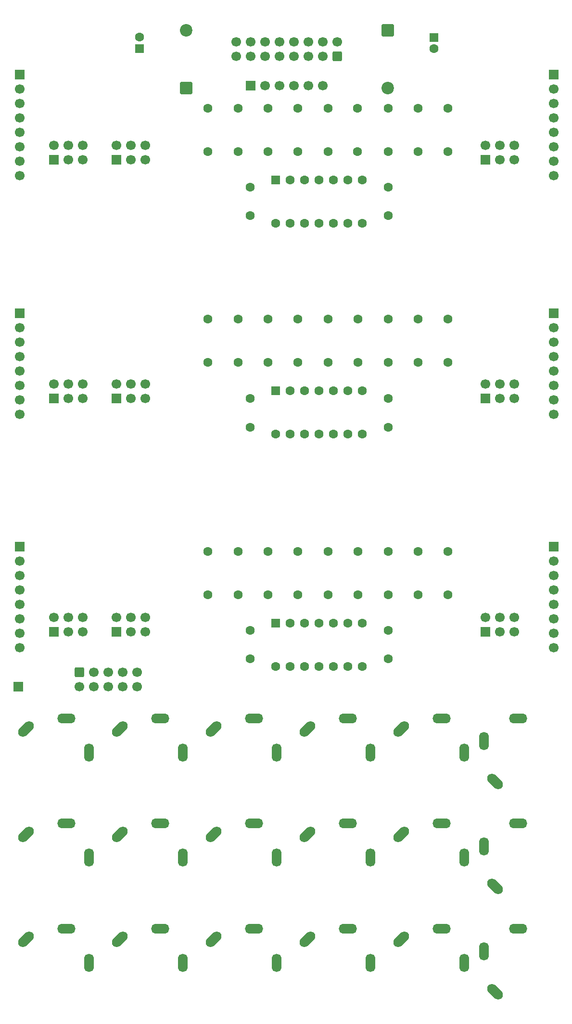
<source format=gts>
%TF.GenerationSoftware,KiCad,Pcbnew,9.0.7*%
%TF.CreationDate,2026-02-21T19:12:40+01:00*%
%TF.ProjectId,DMH_VCLFO_v2_PCB_Main,444d485f-5643-44c4-964f-5f76325f5043,1*%
%TF.SameCoordinates,Original*%
%TF.FileFunction,Soldermask,Top*%
%TF.FilePolarity,Negative*%
%FSLAX46Y46*%
G04 Gerber Fmt 4.6, Leading zero omitted, Abs format (unit mm)*
G04 Created by KiCad (PCBNEW 9.0.7) date 2026-02-21 19:12:40*
%MOMM*%
%LPD*%
G01*
G04 APERTURE LIST*
G04 Aperture macros list*
%AMRoundRect*
0 Rectangle with rounded corners*
0 $1 Rounding radius*
0 $2 $3 $4 $5 $6 $7 $8 $9 X,Y pos of 4 corners*
0 Add a 4 corners polygon primitive as box body*
4,1,4,$2,$3,$4,$5,$6,$7,$8,$9,$2,$3,0*
0 Add four circle primitives for the rounded corners*
1,1,$1+$1,$2,$3*
1,1,$1+$1,$4,$5*
1,1,$1+$1,$6,$7*
1,1,$1+$1,$8,$9*
0 Add four rect primitives between the rounded corners*
20,1,$1+$1,$2,$3,$4,$5,0*
20,1,$1+$1,$4,$5,$6,$7,0*
20,1,$1+$1,$6,$7,$8,$9,0*
20,1,$1+$1,$8,$9,$2,$3,0*%
%AMHorizOval*
0 Thick line with rounded ends*
0 $1 width*
0 $2 $3 position (X,Y) of the first rounded end (center of the circle)*
0 $4 $5 position (X,Y) of the second rounded end (center of the circle)*
0 Add line between two ends*
20,1,$1,$2,$3,$4,$5,0*
0 Add two circle primitives to create the rounded ends*
1,1,$1,$2,$3*
1,1,$1,$4,$5*%
G04 Aperture macros list end*
%ADD10HorizOval,1.712000X-0.533159X-0.533159X0.533159X0.533159X0*%
%ADD11O,1.712000X3.220000*%
%ADD12O,3.220000X1.712000*%
%ADD13R,1.700000X1.700000*%
%ADD14C,1.700000*%
%ADD15HorizOval,1.712000X-0.533159X0.533159X0.533159X-0.533159X0*%
%ADD16C,1.600000*%
%ADD17RoundRect,0.250000X0.600000X-0.600000X0.600000X0.600000X-0.600000X0.600000X-0.600000X-0.600000X0*%
%ADD18RoundRect,0.250000X-0.550000X0.550000X-0.550000X-0.550000X0.550000X-0.550000X0.550000X0.550000X0*%
%ADD19RoundRect,0.249999X-0.850001X0.850001X-0.850001X-0.850001X0.850001X-0.850001X0.850001X0.850001X0*%
%ADD20C,2.200000*%
%ADD21RoundRect,0.250000X-0.600000X0.600000X-0.600000X-0.600000X0.600000X-0.600000X0.600000X0.600000X0*%
%ADD22RoundRect,0.250000X0.550000X-0.550000X0.550000X0.550000X-0.550000X0.550000X-0.550000X-0.550000X0*%
%ADD23RoundRect,0.249999X0.850001X-0.850001X0.850001X0.850001X-0.850001X0.850001X-0.850001X-0.850001X0*%
G04 APERTURE END LIST*
D10*
%TO.C,J16*%
X103653810Y-204153810D03*
D11*
X114750000Y-208250000D03*
D12*
X110750000Y-202250000D03*
%TD*%
D10*
%TO.C,J7*%
X54153810Y-185653810D03*
D11*
X65250000Y-189750000D03*
D12*
X61250000Y-183750000D03*
%TD*%
D10*
%TO.C,J9*%
X87153810Y-185653810D03*
D11*
X98250000Y-189750000D03*
D12*
X94250000Y-183750000D03*
%TD*%
D13*
%TO.C,J22*%
X53000000Y-52000000D03*
D14*
X53000000Y-54540000D03*
X53000000Y-57080000D03*
X53000000Y-59620000D03*
X53000000Y-62160000D03*
X53000000Y-64700000D03*
X53000000Y-67240000D03*
X53000000Y-69780000D03*
%TD*%
D10*
%TO.C,J1*%
X54153810Y-167153810D03*
D11*
X65250000Y-171250000D03*
D12*
X61250000Y-165250000D03*
%TD*%
D13*
%TO.C,J32*%
X53000000Y-135000000D03*
D14*
X53000000Y-137540000D03*
X53000000Y-140080000D03*
X53000000Y-142620000D03*
X53000000Y-145160000D03*
X53000000Y-147700000D03*
X53000000Y-150240000D03*
X53000000Y-152780000D03*
%TD*%
D10*
%TO.C,J15*%
X87153810Y-204153810D03*
D11*
X98250000Y-208250000D03*
D12*
X94250000Y-202250000D03*
%TD*%
D10*
%TO.C,J14*%
X70653810Y-204153810D03*
D11*
X81750000Y-208250000D03*
D12*
X77750000Y-202250000D03*
%TD*%
D10*
%TO.C,J11*%
X120153810Y-185653810D03*
D11*
X131250000Y-189750000D03*
D12*
X127250000Y-183750000D03*
%TD*%
D13*
%TO.C,J28*%
X147000000Y-94000000D03*
D14*
X147000000Y-96540000D03*
X147000000Y-99080000D03*
X147000000Y-101620000D03*
X147000000Y-104160000D03*
X147000000Y-106700000D03*
X147000000Y-109240000D03*
X147000000Y-111780000D03*
%TD*%
D10*
%TO.C,J4*%
X103653810Y-167153810D03*
D11*
X114750000Y-171250000D03*
D12*
X110750000Y-165250000D03*
%TD*%
D10*
%TO.C,J3*%
X87153810Y-167153810D03*
D11*
X98250000Y-171250000D03*
D12*
X94250000Y-165250000D03*
%TD*%
D15*
%TO.C,J18*%
X136653810Y-213346190D03*
D12*
X140750000Y-202250000D03*
D11*
X134750000Y-206250000D03*
%TD*%
D10*
%TO.C,J13*%
X54153810Y-204153810D03*
D11*
X65250000Y-208250000D03*
D12*
X61250000Y-202250000D03*
%TD*%
D10*
%TO.C,J2*%
X70653810Y-167153810D03*
D11*
X81750000Y-171250000D03*
D12*
X77750000Y-165250000D03*
%TD*%
D10*
%TO.C,J8*%
X70653810Y-185653810D03*
D11*
X81750000Y-189750000D03*
D12*
X77750000Y-183750000D03*
%TD*%
D13*
%TO.C,J23*%
X147000000Y-52000000D03*
D14*
X147000000Y-54540000D03*
X147000000Y-57080000D03*
X147000000Y-59620000D03*
X147000000Y-62160000D03*
X147000000Y-64700000D03*
X147000000Y-67240000D03*
X147000000Y-69780000D03*
%TD*%
D10*
%TO.C,J5*%
X120153810Y-167153810D03*
D11*
X131250000Y-171250000D03*
D12*
X127250000Y-165250000D03*
%TD*%
D15*
%TO.C,J12*%
X136653810Y-194846190D03*
D12*
X140750000Y-183750000D03*
D11*
X134750000Y-187750000D03*
%TD*%
D15*
%TO.C,J6*%
X136653810Y-176346190D03*
D12*
X140750000Y-165250000D03*
D11*
X134750000Y-169250000D03*
%TD*%
D10*
%TO.C,J17*%
X120153810Y-204153810D03*
D11*
X131250000Y-208250000D03*
D12*
X127250000Y-202250000D03*
%TD*%
D13*
%TO.C,J27*%
X53000000Y-94000000D03*
D14*
X53000000Y-96540000D03*
X53000000Y-99080000D03*
X53000000Y-101620000D03*
X53000000Y-104160000D03*
X53000000Y-106700000D03*
X53000000Y-109240000D03*
X53000000Y-111780000D03*
%TD*%
D13*
%TO.C,J33*%
X147000000Y-135000000D03*
D14*
X147000000Y-137540000D03*
X147000000Y-140080000D03*
X147000000Y-142620000D03*
X147000000Y-145160000D03*
X147000000Y-147700000D03*
X147000000Y-150240000D03*
X147000000Y-152780000D03*
%TD*%
D13*
%TO.C,J52*%
X93675000Y-53925000D03*
D14*
X96215000Y-53925000D03*
X98755000Y-53925000D03*
X101295000Y-53925000D03*
X103835000Y-53925000D03*
X106375000Y-53925000D03*
%TD*%
D10*
%TO.C,J10*%
X103653810Y-185653810D03*
D11*
X114750000Y-189750000D03*
D12*
X110750000Y-183750000D03*
%TD*%
D16*
%TO.C,C60*%
X117900000Y-71800000D03*
X117900000Y-76800000D03*
%TD*%
%TO.C,R27*%
X117836406Y-102610000D03*
X117836406Y-94990000D03*
%TD*%
%TO.C,R42*%
X123118203Y-135890000D03*
X123118203Y-143510000D03*
%TD*%
%TO.C,R37*%
X112554609Y-143510000D03*
X112554609Y-135890000D03*
%TD*%
%TO.C,C56*%
X93600000Y-71800000D03*
X93600000Y-76800000D03*
%TD*%
%TO.C,R8*%
X123118203Y-57890000D03*
X123118203Y-65510000D03*
%TD*%
%TO.C,R34*%
X128400000Y-94990000D03*
X128400000Y-102610000D03*
%TD*%
%TO.C,R3*%
X112500000Y-65510000D03*
X112500000Y-57890000D03*
%TD*%
D17*
%TO.C,J100*%
X108890000Y-48752500D03*
D14*
X108890000Y-46212500D03*
X106350000Y-48752500D03*
X106350000Y-46212500D03*
X103810000Y-48752500D03*
X103810000Y-46212500D03*
X101270000Y-48752500D03*
X101270000Y-46212500D03*
X98730000Y-48752500D03*
X98730000Y-46212500D03*
X96190000Y-48752500D03*
X96190000Y-46212500D03*
X93650000Y-48752500D03*
X93650000Y-46212500D03*
X91110000Y-48752500D03*
X91110000Y-46212500D03*
%TD*%
D16*
%TO.C,C62*%
X117900000Y-149800000D03*
X117900000Y-154800000D03*
%TD*%
%TO.C,R17*%
X128400000Y-57890000D03*
X128400000Y-65510000D03*
%TD*%
%TO.C,R19*%
X91427421Y-94990000D03*
X91427421Y-102610000D03*
%TD*%
%TO.C,C58*%
X93600000Y-149800000D03*
X93600000Y-154800000D03*
%TD*%
D13*
%TO.C,J53*%
X52800000Y-159700000D03*
%TD*%
D16*
%TO.C,R51*%
X128400000Y-135890000D03*
X128400000Y-143510000D03*
%TD*%
%TO.C,R36*%
X91427421Y-135890000D03*
X91427421Y-143510000D03*
%TD*%
D18*
%TO.C,U2*%
X98085000Y-107590000D03*
D16*
X100625000Y-107590000D03*
X103165000Y-107590000D03*
X105705000Y-107590000D03*
X108245000Y-107590000D03*
X110785000Y-107590000D03*
X113325000Y-107590000D03*
X113325000Y-115210000D03*
X110785000Y-115210000D03*
X108245000Y-115210000D03*
X105705000Y-115210000D03*
X103165000Y-115210000D03*
X100625000Y-115210000D03*
X98085000Y-115210000D03*
%TD*%
D19*
%TO.C,D25*%
X117800000Y-44220000D03*
D20*
X117800000Y-54380000D03*
%TD*%
D16*
%TO.C,R2*%
X91427421Y-57890000D03*
X91427421Y-65510000D03*
%TD*%
D21*
%TO.C,J21*%
X63520000Y-157147500D03*
D14*
X66060000Y-157147500D03*
X68600000Y-157147500D03*
X71140000Y-157147500D03*
X73680000Y-157147500D03*
X63520000Y-159687500D03*
X66060000Y-159687500D03*
X68600000Y-159687500D03*
X71140000Y-159687500D03*
X73680000Y-159687500D03*
%TD*%
D16*
%TO.C,C57*%
X93600000Y-109000000D03*
X93600000Y-114000000D03*
%TD*%
%TO.C,R44*%
X117836406Y-143510000D03*
X117836406Y-135890000D03*
%TD*%
%TO.C,R5*%
X96709218Y-57890000D03*
X96709218Y-65510000D03*
%TD*%
D13*
%TO.C,J49*%
X70000000Y-150000000D03*
D14*
X70000000Y-147460000D03*
X72540000Y-150000000D03*
X72540000Y-147460000D03*
X75080000Y-150000000D03*
X75080000Y-147460000D03*
%TD*%
D16*
%TO.C,R22*%
X96709218Y-94990000D03*
X96709218Y-102610000D03*
%TD*%
D22*
%TO.C,C55*%
X74100000Y-47400000D03*
D16*
X74100000Y-45400000D03*
%TD*%
D13*
%TO.C,J41*%
X59000000Y-109000000D03*
D14*
X59000000Y-106460000D03*
X61540000Y-109000000D03*
X61540000Y-106460000D03*
X64080000Y-109000000D03*
X64080000Y-106460000D03*
%TD*%
D16*
%TO.C,R4*%
X86145624Y-57890000D03*
X86145624Y-65510000D03*
%TD*%
%TO.C,R35*%
X101991015Y-135890000D03*
X101991015Y-143510000D03*
%TD*%
D13*
%TO.C,J37*%
X70000000Y-67000000D03*
D14*
X70000000Y-64460000D03*
X72540000Y-67000000D03*
X72540000Y-64460000D03*
X75080000Y-67000000D03*
X75080000Y-64460000D03*
%TD*%
D18*
%TO.C,U3*%
X98085000Y-148490000D03*
D16*
X100625000Y-148490000D03*
X103165000Y-148490000D03*
X105705000Y-148490000D03*
X108245000Y-148490000D03*
X110785000Y-148490000D03*
X113325000Y-148490000D03*
X113325000Y-156110000D03*
X110785000Y-156110000D03*
X108245000Y-156110000D03*
X105705000Y-156110000D03*
X103165000Y-156110000D03*
X100625000Y-156110000D03*
X98085000Y-156110000D03*
%TD*%
%TO.C,R23*%
X107272812Y-94990000D03*
X107272812Y-102610000D03*
%TD*%
%TO.C,R40*%
X107272812Y-135890000D03*
X107272812Y-143510000D03*
%TD*%
%TO.C,R20*%
X112554609Y-102610000D03*
X112554609Y-94990000D03*
%TD*%
%TO.C,R1*%
X101991015Y-57890000D03*
X101991015Y-65510000D03*
%TD*%
D13*
%TO.C,J39*%
X135000000Y-67000000D03*
D14*
X135000000Y-64460000D03*
X137540000Y-67000000D03*
X137540000Y-64460000D03*
X140080000Y-67000000D03*
X140080000Y-64460000D03*
%TD*%
D23*
%TO.C,D26*%
X82300000Y-54380000D03*
D20*
X82300000Y-44220000D03*
%TD*%
D16*
%TO.C,R10*%
X117836406Y-65510000D03*
X117836406Y-57890000D03*
%TD*%
%TO.C,R18*%
X101991015Y-94990000D03*
X101991015Y-102610000D03*
%TD*%
%TO.C,R21*%
X86145624Y-94990000D03*
X86145624Y-102610000D03*
%TD*%
D18*
%TO.C,U1*%
X98085000Y-70490000D03*
D16*
X100625000Y-70490000D03*
X103165000Y-70490000D03*
X105705000Y-70490000D03*
X108245000Y-70490000D03*
X110785000Y-70490000D03*
X113325000Y-70490000D03*
X113325000Y-78110000D03*
X110785000Y-78110000D03*
X108245000Y-78110000D03*
X105705000Y-78110000D03*
X103165000Y-78110000D03*
X100625000Y-78110000D03*
X98085000Y-78110000D03*
%TD*%
%TO.C,C61*%
X117900000Y-109000000D03*
X117900000Y-114000000D03*
%TD*%
%TO.C,R6*%
X107272812Y-57890000D03*
X107272812Y-65510000D03*
%TD*%
D18*
%TO.C,C59*%
X125900000Y-45444888D03*
D16*
X125900000Y-47444888D03*
%TD*%
D13*
%TO.C,J43*%
X70000000Y-109000000D03*
D14*
X70000000Y-106460000D03*
X72540000Y-109000000D03*
X72540000Y-106460000D03*
X75080000Y-109000000D03*
X75080000Y-106460000D03*
%TD*%
D13*
%TO.C,J35*%
X59000000Y-67000000D03*
D14*
X59000000Y-64460000D03*
X61540000Y-67000000D03*
X61540000Y-64460000D03*
X64080000Y-67000000D03*
X64080000Y-64460000D03*
%TD*%
D13*
%TO.C,J45*%
X135000000Y-109000000D03*
D14*
X135000000Y-106460000D03*
X137540000Y-109000000D03*
X137540000Y-106460000D03*
X140080000Y-109000000D03*
X140080000Y-106460000D03*
%TD*%
D16*
%TO.C,R38*%
X86145624Y-135890000D03*
X86145624Y-143510000D03*
%TD*%
%TO.C,R39*%
X96709218Y-135890000D03*
X96709218Y-143510000D03*
%TD*%
D13*
%TO.C,J47*%
X59000000Y-150000000D03*
D14*
X59000000Y-147460000D03*
X61540000Y-150000000D03*
X61540000Y-147460000D03*
X64080000Y-150000000D03*
X64080000Y-147460000D03*
%TD*%
D16*
%TO.C,R25*%
X123118203Y-94990000D03*
X123118203Y-102610000D03*
%TD*%
D13*
%TO.C,J51*%
X135000000Y-150000000D03*
D14*
X135000000Y-147460000D03*
X137540000Y-150000000D03*
X137540000Y-147460000D03*
X140080000Y-150000000D03*
X140080000Y-147460000D03*
%TD*%
M02*

</source>
